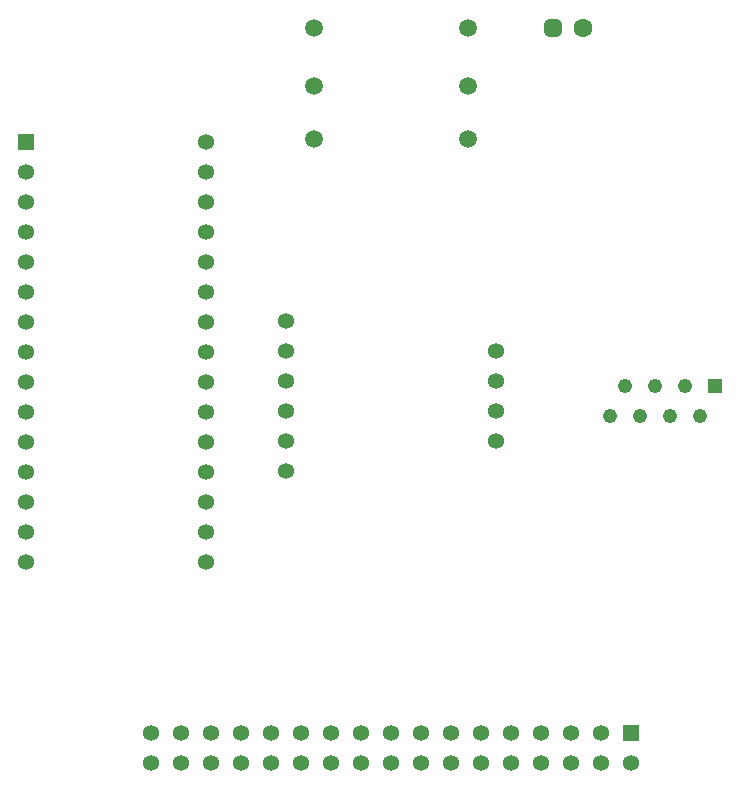
<source format=gbr>
G04 Generated by Ultiboard 14.1 *
%FSLAX24Y24*%
%MOIN*%

%ADD10C,0.0001*%
%ADD11R,0.0534X0.0534*%
%ADD12C,0.0534*%
%ADD13R,0.0208X0.0208*%
%ADD14C,0.0392*%
%ADD15C,0.0633*%
%ADD16C,0.0490*%
%ADD17R,0.0490X0.0490*%
%ADD18C,0.0591*%


G04 ColorRGB 9900CC for the following layer *
%LNSolder Mask Bottom*%
%LPD*%
G54D10*
G54D11*
X22150Y2380D03*
X1970Y22100D03*
G54D12*
X21150Y2380D03*
X20150Y2380D03*
X19150Y2380D03*
X18150Y2380D03*
X17150Y2380D03*
X16150Y2380D03*
X15150Y2380D03*
X14150Y2380D03*
X13150Y2380D03*
X12150Y2380D03*
X11150Y2380D03*
X10150Y2380D03*
X9150Y2380D03*
X8150Y2380D03*
X7150Y2380D03*
X6150Y2380D03*
X22150Y1380D03*
X21150Y1380D03*
X20150Y1380D03*
X19150Y1380D03*
X18150Y1380D03*
X17150Y1380D03*
X16150Y1380D03*
X15150Y1380D03*
X14150Y1380D03*
X13150Y1380D03*
X12150Y1380D03*
X11150Y1380D03*
X10150Y1380D03*
X9150Y1380D03*
X8150Y1380D03*
X7150Y1380D03*
X6150Y1380D03*
X10650Y16130D03*
X10650Y15130D03*
X17650Y15130D03*
X10650Y14130D03*
X17650Y14130D03*
X10650Y13130D03*
X17650Y13130D03*
X10650Y12130D03*
X17650Y12130D03*
X10650Y11130D03*
X1970Y14100D03*
X7970Y19100D03*
X1970Y21100D03*
X7970Y21100D03*
X1970Y19100D03*
X7970Y16100D03*
X7970Y15100D03*
X7970Y22100D03*
X1970Y20100D03*
X7970Y20100D03*
X1970Y18100D03*
X7970Y18100D03*
X1970Y17100D03*
X7970Y17100D03*
X1970Y16100D03*
X1970Y15100D03*
X7970Y14100D03*
X1970Y13100D03*
X7970Y13100D03*
X1970Y12100D03*
X7970Y12100D03*
X1970Y11100D03*
X7970Y11100D03*
X1970Y10100D03*
X7970Y10100D03*
X1970Y9100D03*
X7970Y9100D03*
X1970Y8100D03*
X7970Y8100D03*
G54D13*
X19550Y25894D03*
G54D14*
X19446Y25790D02*
X19654Y25790D01*
X19654Y25998D01*
X19446Y25998D01*
X19446Y25790D01*D02*
G54D15*
X20550Y25894D03*
G54D16*
X21440Y12960D03*
X22440Y12960D03*
X23440Y12960D03*
X24440Y12960D03*
X21940Y13960D03*
X22940Y13960D03*
X23940Y13960D03*
G54D17*
X24940Y13960D03*
G54D18*
X16709Y22170D03*
X11591Y22170D03*
X16709Y23960D03*
X11591Y23960D03*
X11591Y25900D03*
X16709Y25900D03*

M02*

</source>
